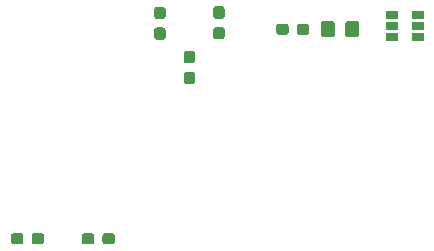
<source format=gtp>
G04 #@! TF.GenerationSoftware,KiCad,Pcbnew,5.1.5+dfsg1-2build2*
G04 #@! TF.CreationDate,2021-10-11T18:11:35+03:00*
G04 #@! TF.ProjectId,usb_kb,7573625f-6b62-42e6-9b69-6361645f7063,rev?*
G04 #@! TF.SameCoordinates,Original*
G04 #@! TF.FileFunction,Paste,Top*
G04 #@! TF.FilePolarity,Positive*
%FSLAX46Y46*%
G04 Gerber Fmt 4.6, Leading zero omitted, Abs format (unit mm)*
G04 Created by KiCad (PCBNEW 5.1.5+dfsg1-2build2) date 2021-10-11 18:11:35*
%MOMM*%
%LPD*%
G04 APERTURE LIST*
%ADD10C,0.100000*%
%ADD11R,1.060000X0.650000*%
G04 APERTURE END LIST*
D10*
G36*
X182010779Y-72851144D02*
G01*
X182033834Y-72854563D01*
X182056443Y-72860227D01*
X182078387Y-72868079D01*
X182099457Y-72878044D01*
X182119448Y-72890026D01*
X182138168Y-72903910D01*
X182155438Y-72919562D01*
X182171090Y-72936832D01*
X182184974Y-72955552D01*
X182196956Y-72975543D01*
X182206921Y-72996613D01*
X182214773Y-73018557D01*
X182220437Y-73041166D01*
X182223856Y-73064221D01*
X182225000Y-73087500D01*
X182225000Y-73662500D01*
X182223856Y-73685779D01*
X182220437Y-73708834D01*
X182214773Y-73731443D01*
X182206921Y-73753387D01*
X182196956Y-73774457D01*
X182184974Y-73794448D01*
X182171090Y-73813168D01*
X182155438Y-73830438D01*
X182138168Y-73846090D01*
X182119448Y-73859974D01*
X182099457Y-73871956D01*
X182078387Y-73881921D01*
X182056443Y-73889773D01*
X182033834Y-73895437D01*
X182010779Y-73898856D01*
X181987500Y-73900000D01*
X181512500Y-73900000D01*
X181489221Y-73898856D01*
X181466166Y-73895437D01*
X181443557Y-73889773D01*
X181421613Y-73881921D01*
X181400543Y-73871956D01*
X181380552Y-73859974D01*
X181361832Y-73846090D01*
X181344562Y-73830438D01*
X181328910Y-73813168D01*
X181315026Y-73794448D01*
X181303044Y-73774457D01*
X181293079Y-73753387D01*
X181285227Y-73731443D01*
X181279563Y-73708834D01*
X181276144Y-73685779D01*
X181275000Y-73662500D01*
X181275000Y-73087500D01*
X181276144Y-73064221D01*
X181279563Y-73041166D01*
X181285227Y-73018557D01*
X181293079Y-72996613D01*
X181303044Y-72975543D01*
X181315026Y-72955552D01*
X181328910Y-72936832D01*
X181344562Y-72919562D01*
X181361832Y-72903910D01*
X181380552Y-72890026D01*
X181400543Y-72878044D01*
X181421613Y-72868079D01*
X181443557Y-72860227D01*
X181466166Y-72854563D01*
X181489221Y-72851144D01*
X181512500Y-72850000D01*
X181987500Y-72850000D01*
X182010779Y-72851144D01*
G37*
G36*
X182010779Y-71101144D02*
G01*
X182033834Y-71104563D01*
X182056443Y-71110227D01*
X182078387Y-71118079D01*
X182099457Y-71128044D01*
X182119448Y-71140026D01*
X182138168Y-71153910D01*
X182155438Y-71169562D01*
X182171090Y-71186832D01*
X182184974Y-71205552D01*
X182196956Y-71225543D01*
X182206921Y-71246613D01*
X182214773Y-71268557D01*
X182220437Y-71291166D01*
X182223856Y-71314221D01*
X182225000Y-71337500D01*
X182225000Y-71912500D01*
X182223856Y-71935779D01*
X182220437Y-71958834D01*
X182214773Y-71981443D01*
X182206921Y-72003387D01*
X182196956Y-72024457D01*
X182184974Y-72044448D01*
X182171090Y-72063168D01*
X182155438Y-72080438D01*
X182138168Y-72096090D01*
X182119448Y-72109974D01*
X182099457Y-72121956D01*
X182078387Y-72131921D01*
X182056443Y-72139773D01*
X182033834Y-72145437D01*
X182010779Y-72148856D01*
X181987500Y-72150000D01*
X181512500Y-72150000D01*
X181489221Y-72148856D01*
X181466166Y-72145437D01*
X181443557Y-72139773D01*
X181421613Y-72131921D01*
X181400543Y-72121956D01*
X181380552Y-72109974D01*
X181361832Y-72096090D01*
X181344562Y-72080438D01*
X181328910Y-72063168D01*
X181315026Y-72044448D01*
X181303044Y-72024457D01*
X181293079Y-72003387D01*
X181285227Y-71981443D01*
X181279563Y-71958834D01*
X181276144Y-71935779D01*
X181275000Y-71912500D01*
X181275000Y-71337500D01*
X181276144Y-71314221D01*
X181279563Y-71291166D01*
X181285227Y-71268557D01*
X181293079Y-71246613D01*
X181303044Y-71225543D01*
X181315026Y-71205552D01*
X181328910Y-71186832D01*
X181344562Y-71169562D01*
X181361832Y-71153910D01*
X181380552Y-71140026D01*
X181400543Y-71128044D01*
X181421613Y-71118079D01*
X181443557Y-71110227D01*
X181466166Y-71104563D01*
X181489221Y-71101144D01*
X181512500Y-71100000D01*
X181987500Y-71100000D01*
X182010779Y-71101144D01*
G37*
G36*
X189935779Y-68776144D02*
G01*
X189958834Y-68779563D01*
X189981443Y-68785227D01*
X190003387Y-68793079D01*
X190024457Y-68803044D01*
X190044448Y-68815026D01*
X190063168Y-68828910D01*
X190080438Y-68844562D01*
X190096090Y-68861832D01*
X190109974Y-68880552D01*
X190121956Y-68900543D01*
X190131921Y-68921613D01*
X190139773Y-68943557D01*
X190145437Y-68966166D01*
X190148856Y-68989221D01*
X190150000Y-69012500D01*
X190150000Y-69487500D01*
X190148856Y-69510779D01*
X190145437Y-69533834D01*
X190139773Y-69556443D01*
X190131921Y-69578387D01*
X190121956Y-69599457D01*
X190109974Y-69619448D01*
X190096090Y-69638168D01*
X190080438Y-69655438D01*
X190063168Y-69671090D01*
X190044448Y-69684974D01*
X190024457Y-69696956D01*
X190003387Y-69706921D01*
X189981443Y-69714773D01*
X189958834Y-69720437D01*
X189935779Y-69723856D01*
X189912500Y-69725000D01*
X189337500Y-69725000D01*
X189314221Y-69723856D01*
X189291166Y-69720437D01*
X189268557Y-69714773D01*
X189246613Y-69706921D01*
X189225543Y-69696956D01*
X189205552Y-69684974D01*
X189186832Y-69671090D01*
X189169562Y-69655438D01*
X189153910Y-69638168D01*
X189140026Y-69619448D01*
X189128044Y-69599457D01*
X189118079Y-69578387D01*
X189110227Y-69556443D01*
X189104563Y-69533834D01*
X189101144Y-69510779D01*
X189100000Y-69487500D01*
X189100000Y-69012500D01*
X189101144Y-68989221D01*
X189104563Y-68966166D01*
X189110227Y-68943557D01*
X189118079Y-68921613D01*
X189128044Y-68900543D01*
X189140026Y-68880552D01*
X189153910Y-68861832D01*
X189169562Y-68844562D01*
X189186832Y-68828910D01*
X189205552Y-68815026D01*
X189225543Y-68803044D01*
X189246613Y-68793079D01*
X189268557Y-68785227D01*
X189291166Y-68779563D01*
X189314221Y-68776144D01*
X189337500Y-68775000D01*
X189912500Y-68775000D01*
X189935779Y-68776144D01*
G37*
G36*
X191685779Y-68776144D02*
G01*
X191708834Y-68779563D01*
X191731443Y-68785227D01*
X191753387Y-68793079D01*
X191774457Y-68803044D01*
X191794448Y-68815026D01*
X191813168Y-68828910D01*
X191830438Y-68844562D01*
X191846090Y-68861832D01*
X191859974Y-68880552D01*
X191871956Y-68900543D01*
X191881921Y-68921613D01*
X191889773Y-68943557D01*
X191895437Y-68966166D01*
X191898856Y-68989221D01*
X191900000Y-69012500D01*
X191900000Y-69487500D01*
X191898856Y-69510779D01*
X191895437Y-69533834D01*
X191889773Y-69556443D01*
X191881921Y-69578387D01*
X191871956Y-69599457D01*
X191859974Y-69619448D01*
X191846090Y-69638168D01*
X191830438Y-69655438D01*
X191813168Y-69671090D01*
X191794448Y-69684974D01*
X191774457Y-69696956D01*
X191753387Y-69706921D01*
X191731443Y-69714773D01*
X191708834Y-69720437D01*
X191685779Y-69723856D01*
X191662500Y-69725000D01*
X191087500Y-69725000D01*
X191064221Y-69723856D01*
X191041166Y-69720437D01*
X191018557Y-69714773D01*
X190996613Y-69706921D01*
X190975543Y-69696956D01*
X190955552Y-69684974D01*
X190936832Y-69671090D01*
X190919562Y-69655438D01*
X190903910Y-69638168D01*
X190890026Y-69619448D01*
X190878044Y-69599457D01*
X190868079Y-69578387D01*
X190860227Y-69556443D01*
X190854563Y-69533834D01*
X190851144Y-69510779D01*
X190850000Y-69487500D01*
X190850000Y-69012500D01*
X190851144Y-68989221D01*
X190854563Y-68966166D01*
X190860227Y-68943557D01*
X190868079Y-68921613D01*
X190878044Y-68900543D01*
X190890026Y-68880552D01*
X190903910Y-68861832D01*
X190919562Y-68844562D01*
X190936832Y-68828910D01*
X190955552Y-68815026D01*
X190975543Y-68803044D01*
X190996613Y-68793079D01*
X191018557Y-68785227D01*
X191041166Y-68779563D01*
X191064221Y-68776144D01*
X191087500Y-68775000D01*
X191662500Y-68775000D01*
X191685779Y-68776144D01*
G37*
G36*
X169223279Y-86526144D02*
G01*
X169246334Y-86529563D01*
X169268943Y-86535227D01*
X169290887Y-86543079D01*
X169311957Y-86553044D01*
X169331948Y-86565026D01*
X169350668Y-86578910D01*
X169367938Y-86594562D01*
X169383590Y-86611832D01*
X169397474Y-86630552D01*
X169409456Y-86650543D01*
X169419421Y-86671613D01*
X169427273Y-86693557D01*
X169432937Y-86716166D01*
X169436356Y-86739221D01*
X169437500Y-86762500D01*
X169437500Y-87237500D01*
X169436356Y-87260779D01*
X169432937Y-87283834D01*
X169427273Y-87306443D01*
X169419421Y-87328387D01*
X169409456Y-87349457D01*
X169397474Y-87369448D01*
X169383590Y-87388168D01*
X169367938Y-87405438D01*
X169350668Y-87421090D01*
X169331948Y-87434974D01*
X169311957Y-87446956D01*
X169290887Y-87456921D01*
X169268943Y-87464773D01*
X169246334Y-87470437D01*
X169223279Y-87473856D01*
X169200000Y-87475000D01*
X168625000Y-87475000D01*
X168601721Y-87473856D01*
X168578666Y-87470437D01*
X168556057Y-87464773D01*
X168534113Y-87456921D01*
X168513043Y-87446956D01*
X168493052Y-87434974D01*
X168474332Y-87421090D01*
X168457062Y-87405438D01*
X168441410Y-87388168D01*
X168427526Y-87369448D01*
X168415544Y-87349457D01*
X168405579Y-87328387D01*
X168397727Y-87306443D01*
X168392063Y-87283834D01*
X168388644Y-87260779D01*
X168387500Y-87237500D01*
X168387500Y-86762500D01*
X168388644Y-86739221D01*
X168392063Y-86716166D01*
X168397727Y-86693557D01*
X168405579Y-86671613D01*
X168415544Y-86650543D01*
X168427526Y-86630552D01*
X168441410Y-86611832D01*
X168457062Y-86594562D01*
X168474332Y-86578910D01*
X168493052Y-86565026D01*
X168513043Y-86553044D01*
X168534113Y-86543079D01*
X168556057Y-86535227D01*
X168578666Y-86529563D01*
X168601721Y-86526144D01*
X168625000Y-86525000D01*
X169200000Y-86525000D01*
X169223279Y-86526144D01*
G37*
G36*
X167473279Y-86526144D02*
G01*
X167496334Y-86529563D01*
X167518943Y-86535227D01*
X167540887Y-86543079D01*
X167561957Y-86553044D01*
X167581948Y-86565026D01*
X167600668Y-86578910D01*
X167617938Y-86594562D01*
X167633590Y-86611832D01*
X167647474Y-86630552D01*
X167659456Y-86650543D01*
X167669421Y-86671613D01*
X167677273Y-86693557D01*
X167682937Y-86716166D01*
X167686356Y-86739221D01*
X167687500Y-86762500D01*
X167687500Y-87237500D01*
X167686356Y-87260779D01*
X167682937Y-87283834D01*
X167677273Y-87306443D01*
X167669421Y-87328387D01*
X167659456Y-87349457D01*
X167647474Y-87369448D01*
X167633590Y-87388168D01*
X167617938Y-87405438D01*
X167600668Y-87421090D01*
X167581948Y-87434974D01*
X167561957Y-87446956D01*
X167540887Y-87456921D01*
X167518943Y-87464773D01*
X167496334Y-87470437D01*
X167473279Y-87473856D01*
X167450000Y-87475000D01*
X166875000Y-87475000D01*
X166851721Y-87473856D01*
X166828666Y-87470437D01*
X166806057Y-87464773D01*
X166784113Y-87456921D01*
X166763043Y-87446956D01*
X166743052Y-87434974D01*
X166724332Y-87421090D01*
X166707062Y-87405438D01*
X166691410Y-87388168D01*
X166677526Y-87369448D01*
X166665544Y-87349457D01*
X166655579Y-87328387D01*
X166647727Y-87306443D01*
X166642063Y-87283834D01*
X166638644Y-87260779D01*
X166637500Y-87237500D01*
X166637500Y-86762500D01*
X166638644Y-86739221D01*
X166642063Y-86716166D01*
X166647727Y-86693557D01*
X166655579Y-86671613D01*
X166665544Y-86650543D01*
X166677526Y-86630552D01*
X166691410Y-86611832D01*
X166707062Y-86594562D01*
X166724332Y-86578910D01*
X166743052Y-86565026D01*
X166763043Y-86553044D01*
X166784113Y-86543079D01*
X166806057Y-86535227D01*
X166828666Y-86529563D01*
X166851721Y-86526144D01*
X166875000Y-86525000D01*
X167450000Y-86525000D01*
X167473279Y-86526144D01*
G37*
G36*
X173473279Y-86526144D02*
G01*
X173496334Y-86529563D01*
X173518943Y-86535227D01*
X173540887Y-86543079D01*
X173561957Y-86553044D01*
X173581948Y-86565026D01*
X173600668Y-86578910D01*
X173617938Y-86594562D01*
X173633590Y-86611832D01*
X173647474Y-86630552D01*
X173659456Y-86650543D01*
X173669421Y-86671613D01*
X173677273Y-86693557D01*
X173682937Y-86716166D01*
X173686356Y-86739221D01*
X173687500Y-86762500D01*
X173687500Y-87237500D01*
X173686356Y-87260779D01*
X173682937Y-87283834D01*
X173677273Y-87306443D01*
X173669421Y-87328387D01*
X173659456Y-87349457D01*
X173647474Y-87369448D01*
X173633590Y-87388168D01*
X173617938Y-87405438D01*
X173600668Y-87421090D01*
X173581948Y-87434974D01*
X173561957Y-87446956D01*
X173540887Y-87456921D01*
X173518943Y-87464773D01*
X173496334Y-87470437D01*
X173473279Y-87473856D01*
X173450000Y-87475000D01*
X172875000Y-87475000D01*
X172851721Y-87473856D01*
X172828666Y-87470437D01*
X172806057Y-87464773D01*
X172784113Y-87456921D01*
X172763043Y-87446956D01*
X172743052Y-87434974D01*
X172724332Y-87421090D01*
X172707062Y-87405438D01*
X172691410Y-87388168D01*
X172677526Y-87369448D01*
X172665544Y-87349457D01*
X172655579Y-87328387D01*
X172647727Y-87306443D01*
X172642063Y-87283834D01*
X172638644Y-87260779D01*
X172637500Y-87237500D01*
X172637500Y-86762500D01*
X172638644Y-86739221D01*
X172642063Y-86716166D01*
X172647727Y-86693557D01*
X172655579Y-86671613D01*
X172665544Y-86650543D01*
X172677526Y-86630552D01*
X172691410Y-86611832D01*
X172707062Y-86594562D01*
X172724332Y-86578910D01*
X172743052Y-86565026D01*
X172763043Y-86553044D01*
X172784113Y-86543079D01*
X172806057Y-86535227D01*
X172828666Y-86529563D01*
X172851721Y-86526144D01*
X172875000Y-86525000D01*
X173450000Y-86525000D01*
X173473279Y-86526144D01*
G37*
G36*
X175223279Y-86526144D02*
G01*
X175246334Y-86529563D01*
X175268943Y-86535227D01*
X175290887Y-86543079D01*
X175311957Y-86553044D01*
X175331948Y-86565026D01*
X175350668Y-86578910D01*
X175367938Y-86594562D01*
X175383590Y-86611832D01*
X175397474Y-86630552D01*
X175409456Y-86650543D01*
X175419421Y-86671613D01*
X175427273Y-86693557D01*
X175432937Y-86716166D01*
X175436356Y-86739221D01*
X175437500Y-86762500D01*
X175437500Y-87237500D01*
X175436356Y-87260779D01*
X175432937Y-87283834D01*
X175427273Y-87306443D01*
X175419421Y-87328387D01*
X175409456Y-87349457D01*
X175397474Y-87369448D01*
X175383590Y-87388168D01*
X175367938Y-87405438D01*
X175350668Y-87421090D01*
X175331948Y-87434974D01*
X175311957Y-87446956D01*
X175290887Y-87456921D01*
X175268943Y-87464773D01*
X175246334Y-87470437D01*
X175223279Y-87473856D01*
X175200000Y-87475000D01*
X174625000Y-87475000D01*
X174601721Y-87473856D01*
X174578666Y-87470437D01*
X174556057Y-87464773D01*
X174534113Y-87456921D01*
X174513043Y-87446956D01*
X174493052Y-87434974D01*
X174474332Y-87421090D01*
X174457062Y-87405438D01*
X174441410Y-87388168D01*
X174427526Y-87369448D01*
X174415544Y-87349457D01*
X174405579Y-87328387D01*
X174397727Y-87306443D01*
X174392063Y-87283834D01*
X174388644Y-87260779D01*
X174387500Y-87237500D01*
X174387500Y-86762500D01*
X174388644Y-86739221D01*
X174392063Y-86716166D01*
X174397727Y-86693557D01*
X174405579Y-86671613D01*
X174415544Y-86650543D01*
X174427526Y-86630552D01*
X174441410Y-86611832D01*
X174457062Y-86594562D01*
X174474332Y-86578910D01*
X174493052Y-86565026D01*
X174513043Y-86553044D01*
X174534113Y-86543079D01*
X174556057Y-86535227D01*
X174578666Y-86529563D01*
X174601721Y-86526144D01*
X174625000Y-86525000D01*
X175200000Y-86525000D01*
X175223279Y-86526144D01*
G37*
G36*
X179510779Y-69101144D02*
G01*
X179533834Y-69104563D01*
X179556443Y-69110227D01*
X179578387Y-69118079D01*
X179599457Y-69128044D01*
X179619448Y-69140026D01*
X179638168Y-69153910D01*
X179655438Y-69169562D01*
X179671090Y-69186832D01*
X179684974Y-69205552D01*
X179696956Y-69225543D01*
X179706921Y-69246613D01*
X179714773Y-69268557D01*
X179720437Y-69291166D01*
X179723856Y-69314221D01*
X179725000Y-69337500D01*
X179725000Y-69912500D01*
X179723856Y-69935779D01*
X179720437Y-69958834D01*
X179714773Y-69981443D01*
X179706921Y-70003387D01*
X179696956Y-70024457D01*
X179684974Y-70044448D01*
X179671090Y-70063168D01*
X179655438Y-70080438D01*
X179638168Y-70096090D01*
X179619448Y-70109974D01*
X179599457Y-70121956D01*
X179578387Y-70131921D01*
X179556443Y-70139773D01*
X179533834Y-70145437D01*
X179510779Y-70148856D01*
X179487500Y-70150000D01*
X179012500Y-70150000D01*
X178989221Y-70148856D01*
X178966166Y-70145437D01*
X178943557Y-70139773D01*
X178921613Y-70131921D01*
X178900543Y-70121956D01*
X178880552Y-70109974D01*
X178861832Y-70096090D01*
X178844562Y-70080438D01*
X178828910Y-70063168D01*
X178815026Y-70044448D01*
X178803044Y-70024457D01*
X178793079Y-70003387D01*
X178785227Y-69981443D01*
X178779563Y-69958834D01*
X178776144Y-69935779D01*
X178775000Y-69912500D01*
X178775000Y-69337500D01*
X178776144Y-69314221D01*
X178779563Y-69291166D01*
X178785227Y-69268557D01*
X178793079Y-69246613D01*
X178803044Y-69225543D01*
X178815026Y-69205552D01*
X178828910Y-69186832D01*
X178844562Y-69169562D01*
X178861832Y-69153910D01*
X178880552Y-69140026D01*
X178900543Y-69128044D01*
X178921613Y-69118079D01*
X178943557Y-69110227D01*
X178966166Y-69104563D01*
X178989221Y-69101144D01*
X179012500Y-69100000D01*
X179487500Y-69100000D01*
X179510779Y-69101144D01*
G37*
G36*
X179510779Y-67351144D02*
G01*
X179533834Y-67354563D01*
X179556443Y-67360227D01*
X179578387Y-67368079D01*
X179599457Y-67378044D01*
X179619448Y-67390026D01*
X179638168Y-67403910D01*
X179655438Y-67419562D01*
X179671090Y-67436832D01*
X179684974Y-67455552D01*
X179696956Y-67475543D01*
X179706921Y-67496613D01*
X179714773Y-67518557D01*
X179720437Y-67541166D01*
X179723856Y-67564221D01*
X179725000Y-67587500D01*
X179725000Y-68162500D01*
X179723856Y-68185779D01*
X179720437Y-68208834D01*
X179714773Y-68231443D01*
X179706921Y-68253387D01*
X179696956Y-68274457D01*
X179684974Y-68294448D01*
X179671090Y-68313168D01*
X179655438Y-68330438D01*
X179638168Y-68346090D01*
X179619448Y-68359974D01*
X179599457Y-68371956D01*
X179578387Y-68381921D01*
X179556443Y-68389773D01*
X179533834Y-68395437D01*
X179510779Y-68398856D01*
X179487500Y-68400000D01*
X179012500Y-68400000D01*
X178989221Y-68398856D01*
X178966166Y-68395437D01*
X178943557Y-68389773D01*
X178921613Y-68381921D01*
X178900543Y-68371956D01*
X178880552Y-68359974D01*
X178861832Y-68346090D01*
X178844562Y-68330438D01*
X178828910Y-68313168D01*
X178815026Y-68294448D01*
X178803044Y-68274457D01*
X178793079Y-68253387D01*
X178785227Y-68231443D01*
X178779563Y-68208834D01*
X178776144Y-68185779D01*
X178775000Y-68162500D01*
X178775000Y-67587500D01*
X178776144Y-67564221D01*
X178779563Y-67541166D01*
X178785227Y-67518557D01*
X178793079Y-67496613D01*
X178803044Y-67475543D01*
X178815026Y-67455552D01*
X178828910Y-67436832D01*
X178844562Y-67419562D01*
X178861832Y-67403910D01*
X178880552Y-67390026D01*
X178900543Y-67378044D01*
X178921613Y-67368079D01*
X178943557Y-67360227D01*
X178966166Y-67354563D01*
X178989221Y-67351144D01*
X179012500Y-67350000D01*
X179487500Y-67350000D01*
X179510779Y-67351144D01*
G37*
G36*
X184510779Y-69063644D02*
G01*
X184533834Y-69067063D01*
X184556443Y-69072727D01*
X184578387Y-69080579D01*
X184599457Y-69090544D01*
X184619448Y-69102526D01*
X184638168Y-69116410D01*
X184655438Y-69132062D01*
X184671090Y-69149332D01*
X184684974Y-69168052D01*
X184696956Y-69188043D01*
X184706921Y-69209113D01*
X184714773Y-69231057D01*
X184720437Y-69253666D01*
X184723856Y-69276721D01*
X184725000Y-69300000D01*
X184725000Y-69875000D01*
X184723856Y-69898279D01*
X184720437Y-69921334D01*
X184714773Y-69943943D01*
X184706921Y-69965887D01*
X184696956Y-69986957D01*
X184684974Y-70006948D01*
X184671090Y-70025668D01*
X184655438Y-70042938D01*
X184638168Y-70058590D01*
X184619448Y-70072474D01*
X184599457Y-70084456D01*
X184578387Y-70094421D01*
X184556443Y-70102273D01*
X184533834Y-70107937D01*
X184510779Y-70111356D01*
X184487500Y-70112500D01*
X184012500Y-70112500D01*
X183989221Y-70111356D01*
X183966166Y-70107937D01*
X183943557Y-70102273D01*
X183921613Y-70094421D01*
X183900543Y-70084456D01*
X183880552Y-70072474D01*
X183861832Y-70058590D01*
X183844562Y-70042938D01*
X183828910Y-70025668D01*
X183815026Y-70006948D01*
X183803044Y-69986957D01*
X183793079Y-69965887D01*
X183785227Y-69943943D01*
X183779563Y-69921334D01*
X183776144Y-69898279D01*
X183775000Y-69875000D01*
X183775000Y-69300000D01*
X183776144Y-69276721D01*
X183779563Y-69253666D01*
X183785227Y-69231057D01*
X183793079Y-69209113D01*
X183803044Y-69188043D01*
X183815026Y-69168052D01*
X183828910Y-69149332D01*
X183844562Y-69132062D01*
X183861832Y-69116410D01*
X183880552Y-69102526D01*
X183900543Y-69090544D01*
X183921613Y-69080579D01*
X183943557Y-69072727D01*
X183966166Y-69067063D01*
X183989221Y-69063644D01*
X184012500Y-69062500D01*
X184487500Y-69062500D01*
X184510779Y-69063644D01*
G37*
G36*
X184510779Y-67313644D02*
G01*
X184533834Y-67317063D01*
X184556443Y-67322727D01*
X184578387Y-67330579D01*
X184599457Y-67340544D01*
X184619448Y-67352526D01*
X184638168Y-67366410D01*
X184655438Y-67382062D01*
X184671090Y-67399332D01*
X184684974Y-67418052D01*
X184696956Y-67438043D01*
X184706921Y-67459113D01*
X184714773Y-67481057D01*
X184720437Y-67503666D01*
X184723856Y-67526721D01*
X184725000Y-67550000D01*
X184725000Y-68125000D01*
X184723856Y-68148279D01*
X184720437Y-68171334D01*
X184714773Y-68193943D01*
X184706921Y-68215887D01*
X184696956Y-68236957D01*
X184684974Y-68256948D01*
X184671090Y-68275668D01*
X184655438Y-68292938D01*
X184638168Y-68308590D01*
X184619448Y-68322474D01*
X184599457Y-68334456D01*
X184578387Y-68344421D01*
X184556443Y-68352273D01*
X184533834Y-68357937D01*
X184510779Y-68361356D01*
X184487500Y-68362500D01*
X184012500Y-68362500D01*
X183989221Y-68361356D01*
X183966166Y-68357937D01*
X183943557Y-68352273D01*
X183921613Y-68344421D01*
X183900543Y-68334456D01*
X183880552Y-68322474D01*
X183861832Y-68308590D01*
X183844562Y-68292938D01*
X183828910Y-68275668D01*
X183815026Y-68256948D01*
X183803044Y-68236957D01*
X183793079Y-68215887D01*
X183785227Y-68193943D01*
X183779563Y-68171334D01*
X183776144Y-68148279D01*
X183775000Y-68125000D01*
X183775000Y-67550000D01*
X183776144Y-67526721D01*
X183779563Y-67503666D01*
X183785227Y-67481057D01*
X183793079Y-67459113D01*
X183803044Y-67438043D01*
X183815026Y-67418052D01*
X183828910Y-67399332D01*
X183844562Y-67382062D01*
X183861832Y-67366410D01*
X183880552Y-67352526D01*
X183900543Y-67340544D01*
X183921613Y-67330579D01*
X183943557Y-67322727D01*
X183966166Y-67317063D01*
X183989221Y-67313644D01*
X184012500Y-67312500D01*
X184487500Y-67312500D01*
X184510779Y-67313644D01*
G37*
D11*
X198900000Y-69000000D03*
X198900000Y-69950000D03*
X198900000Y-68050000D03*
X201100000Y-68050000D03*
X201100000Y-69000000D03*
X201100000Y-69950000D03*
D10*
G36*
X195874505Y-68551204D02*
G01*
X195898773Y-68554804D01*
X195922572Y-68560765D01*
X195945671Y-68569030D01*
X195967850Y-68579520D01*
X195988893Y-68592132D01*
X196008599Y-68606747D01*
X196026777Y-68623223D01*
X196043253Y-68641401D01*
X196057868Y-68661107D01*
X196070480Y-68682150D01*
X196080970Y-68704329D01*
X196089235Y-68727428D01*
X196095196Y-68751227D01*
X196098796Y-68775495D01*
X196100000Y-68799999D01*
X196100000Y-69700001D01*
X196098796Y-69724505D01*
X196095196Y-69748773D01*
X196089235Y-69772572D01*
X196080970Y-69795671D01*
X196070480Y-69817850D01*
X196057868Y-69838893D01*
X196043253Y-69858599D01*
X196026777Y-69876777D01*
X196008599Y-69893253D01*
X195988893Y-69907868D01*
X195967850Y-69920480D01*
X195945671Y-69930970D01*
X195922572Y-69939235D01*
X195898773Y-69945196D01*
X195874505Y-69948796D01*
X195850001Y-69950000D01*
X195199999Y-69950000D01*
X195175495Y-69948796D01*
X195151227Y-69945196D01*
X195127428Y-69939235D01*
X195104329Y-69930970D01*
X195082150Y-69920480D01*
X195061107Y-69907868D01*
X195041401Y-69893253D01*
X195023223Y-69876777D01*
X195006747Y-69858599D01*
X194992132Y-69838893D01*
X194979520Y-69817850D01*
X194969030Y-69795671D01*
X194960765Y-69772572D01*
X194954804Y-69748773D01*
X194951204Y-69724505D01*
X194950000Y-69700001D01*
X194950000Y-68799999D01*
X194951204Y-68775495D01*
X194954804Y-68751227D01*
X194960765Y-68727428D01*
X194969030Y-68704329D01*
X194979520Y-68682150D01*
X194992132Y-68661107D01*
X195006747Y-68641401D01*
X195023223Y-68623223D01*
X195041401Y-68606747D01*
X195061107Y-68592132D01*
X195082150Y-68579520D01*
X195104329Y-68569030D01*
X195127428Y-68560765D01*
X195151227Y-68554804D01*
X195175495Y-68551204D01*
X195199999Y-68550000D01*
X195850001Y-68550000D01*
X195874505Y-68551204D01*
G37*
G36*
X193824505Y-68551204D02*
G01*
X193848773Y-68554804D01*
X193872572Y-68560765D01*
X193895671Y-68569030D01*
X193917850Y-68579520D01*
X193938893Y-68592132D01*
X193958599Y-68606747D01*
X193976777Y-68623223D01*
X193993253Y-68641401D01*
X194007868Y-68661107D01*
X194020480Y-68682150D01*
X194030970Y-68704329D01*
X194039235Y-68727428D01*
X194045196Y-68751227D01*
X194048796Y-68775495D01*
X194050000Y-68799999D01*
X194050000Y-69700001D01*
X194048796Y-69724505D01*
X194045196Y-69748773D01*
X194039235Y-69772572D01*
X194030970Y-69795671D01*
X194020480Y-69817850D01*
X194007868Y-69838893D01*
X193993253Y-69858599D01*
X193976777Y-69876777D01*
X193958599Y-69893253D01*
X193938893Y-69907868D01*
X193917850Y-69920480D01*
X193895671Y-69930970D01*
X193872572Y-69939235D01*
X193848773Y-69945196D01*
X193824505Y-69948796D01*
X193800001Y-69950000D01*
X193149999Y-69950000D01*
X193125495Y-69948796D01*
X193101227Y-69945196D01*
X193077428Y-69939235D01*
X193054329Y-69930970D01*
X193032150Y-69920480D01*
X193011107Y-69907868D01*
X192991401Y-69893253D01*
X192973223Y-69876777D01*
X192956747Y-69858599D01*
X192942132Y-69838893D01*
X192929520Y-69817850D01*
X192919030Y-69795671D01*
X192910765Y-69772572D01*
X192904804Y-69748773D01*
X192901204Y-69724505D01*
X192900000Y-69700001D01*
X192900000Y-68799999D01*
X192901204Y-68775495D01*
X192904804Y-68751227D01*
X192910765Y-68727428D01*
X192919030Y-68704329D01*
X192929520Y-68682150D01*
X192942132Y-68661107D01*
X192956747Y-68641401D01*
X192973223Y-68623223D01*
X192991401Y-68606747D01*
X193011107Y-68592132D01*
X193032150Y-68579520D01*
X193054329Y-68569030D01*
X193077428Y-68560765D01*
X193101227Y-68554804D01*
X193125495Y-68551204D01*
X193149999Y-68550000D01*
X193800001Y-68550000D01*
X193824505Y-68551204D01*
G37*
M02*

</source>
